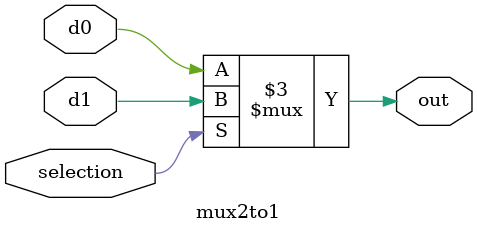
<source format=v>
module mux2to1 (
    input wire selection,
    input wire d0,
    input wire d1,
    output reg out
);

    always @(selection or d0 or d1)
        begin
            if(selection)
                out = d1;
            else
                out = d0;
        end
    
endmodule

</source>
